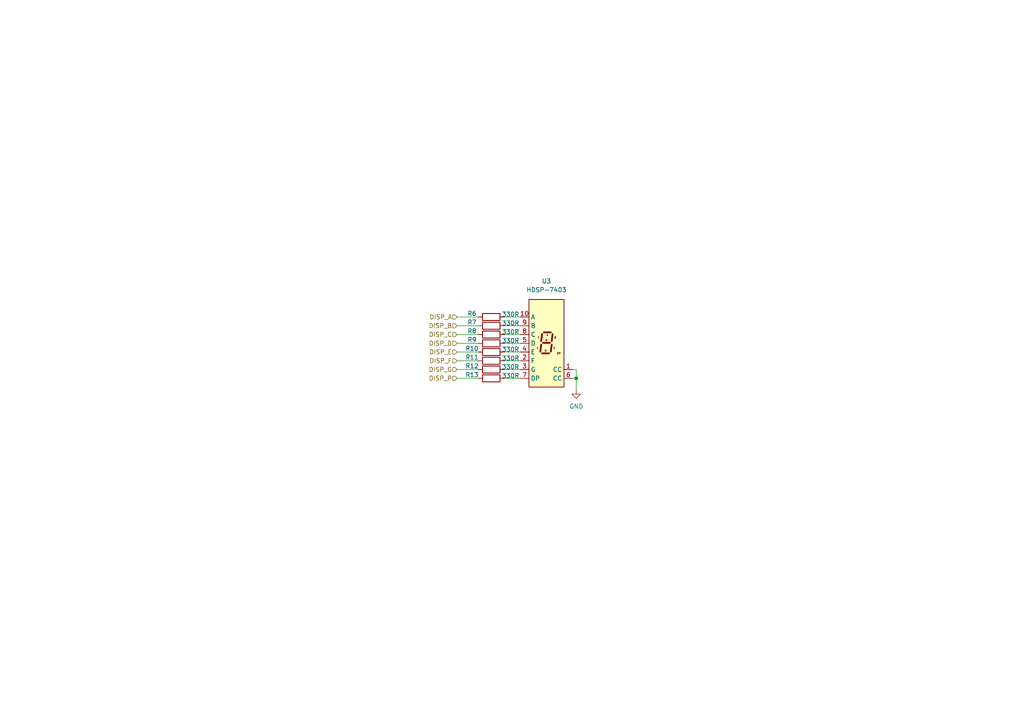
<source format=kicad_sch>
(kicad_sch (version 20211123) (generator eeschema)
  (paper "A4")
  (title_block (title "MILK POMP") (date "2022-12-06") (rev "V2") (company "ELTASSAN LTD") (comment 1 "EYYÜP KARAKAYA ") (comment 2 "DONANIM TASARIM MÜHENDİSİ"))
  (lib_symbols
    (symbol "Device:R" (pin_numbers hide) (pin_names (offset 0))
      (property "Reference" "R" (at 2.032 0 90))
      (property "Value" "R" (at 0 0 90))
      (symbol "R_0_1"
        (rectangle (start -1.016 -2.54) (end 1.016 2.54) (stroke (width 0.254)))
      )
      (symbol "R_1_1"
        (pin passive line (at 0 3.81 270) (length 1.27) (name "~") (number "1"))
        (pin passive line (at 0 -3.81 90) (length 1.27) (name "~") (number "2"))
      )
    )
    (symbol "Display_Character:HDSP-7403"
      (property "Reference" "U" (at -3.81 13.97 0))
      (property "Value" "HDSP-7403" (at 6.35 13.97 0))
      (symbol "HDSP-7403_1_0"
        (text "A" (at 0.254 2.413 0) (effects (font (size 0.508 0.508))))
        (text "B" (at 2.54 1.651 0) (effects (font (size 0.508 0.508))))
        (text "C" (at 2.286 -1.397 0) (effects (font (size 0.508 0.508))))
        (text "D" (at -0.254 -2.159 0) (effects (font (size 0.508 0.508))))
        (text "DP" (at 3.556 -2.921 0) (effects (font (size 0.508 0.508))))
        (text "E" (at -2.54 -1.397 0) (effects (font (size 0.508 0.508))))
        (text "F" (at -2.286 1.651 0) (effects (font (size 0.508 0.508))))
        (text "G" (at 0 0.889 0) (effects (font (size 0.508 0.508))))
      )
      (symbol "HDSP-7403_1_1"
        (rectangle (start -5.08 12.7) (end 5.08 -12.7) (stroke (width 0.254)) (fill (type background)))
        (polyline (pts (xy -1.524 -0.381) (xy -1.778 -2.413)) (stroke (width 0.508)))
        (polyline (pts (xy -1.27 -2.921) (xy 0.762 -2.921)) (stroke (width 0.508)))
        (polyline (pts (xy -1.27 2.667) (xy -1.524 0.635)) (stroke (width 0.508)))
        (polyline (pts (xy -1.016 0.127) (xy 1.016 0.127)) (stroke (width 0.508)))
        (polyline (pts (xy -0.762 3.175) (xy 1.27 3.175)) (stroke (width 0.508)))
        (polyline (pts (xy 1.524 -0.381) (xy 1.27 -2.413)) (stroke (width 0.508)))
        (polyline (pts (xy 1.778 2.667) (xy 1.524 0.635)) (stroke (width 0.508)))
        (polyline (pts (xy 2.54 -2.921) (xy 2.54 -2.921)) (stroke (width 0.508)))
        (pin input line (at 7.62 -7.62 180) (length 2.54) (name "CC") (number "1"))
        (pin input line (at -7.62 7.62 0) (length 2.54) (name "A") (number "10"))
        (pin input line (at -7.62 -5.08 0) (length 2.54) (name "F") (number "2"))
        (pin input line (at -7.62 -7.62 0) (length 2.54) (name "G") (number "3"))
        (pin input line (at -7.62 -2.54 0) (length 2.54) (name "E") (number "4"))
        (pin input line (at -7.62 0 0) (length 2.54) (name "D") (number "5"))
        (pin input line (at 7.62 -10.16 180) (length 2.54) (name "CC") (number "6"))
        (pin input line (at -7.62 -10.16 0) (length 2.54) (name "DP") (number "7"))
        (pin input line (at -7.62 2.54 0) (length 2.54) (name "C") (number "8"))
        (pin input line (at -7.62 5.08 0) (length 2.54) (name "B") (number "9"))
      )
    )
    (symbol "power:GND" (power) (pin_names (offset 0))
      (property "Value" "GND" (at 0 -3.81 0))
      (symbol "GND_0_1"
        (polyline (pts (xy 0 0) (xy 0 -1.27) (xy 1.27 -1.27) (xy 0 -2.54) (xy -1.27 -1.27) (xy 0 -1.27)))
      )
      (symbol "GND_1_1"
        (pin power_in line (at 0 0 270) (length 0) hide (name "GND") (number "1"))
      )
    )
  )
  (junction (at 167.132 109.728))
  (wire (pts (xy 132.588 107.188) (xy 138.684 107.188)))
  (wire (pts (xy 146.304 102.108) (xy 150.876 102.108)))
  (wire (pts (xy 132.588 97.028) (xy 138.684 97.028)))
  (wire (pts (xy 166.116 107.188) (xy 167.132 107.188)))
  (wire (pts (xy 166.116 109.728) (xy 167.132 109.728)))
  (wire (pts (xy 146.304 107.188) (xy 150.876 107.188)))
  (wire (pts (xy 132.588 109.728) (xy 138.684 109.728)))
  (wire (pts (xy 146.304 91.948) (xy 150.876 91.948)))
  (wire (pts (xy 146.304 97.028) (xy 150.876 97.028)))
  (wire (pts (xy 146.304 109.728) (xy 150.876 109.728)))
  (wire (pts (xy 132.588 104.648) (xy 138.684 104.648)))
  (wire (pts (xy 167.132 107.188) (xy 167.132 109.728)))
  (wire (pts (xy 132.588 91.948) (xy 138.684 91.948)))
  (wire (pts (xy 132.588 94.488) (xy 138.684 94.488)))
  (wire (pts (xy 146.304 104.648) (xy 150.876 104.648)))
  (wire (pts (xy 146.304 94.488) (xy 150.876 94.488)))
  (wire (pts (xy 167.132 109.728) (xy 167.132 113.03)))
  (wire (pts (xy 132.588 102.108) (xy 138.684 102.108)))
  (wire (pts (xy 146.304 99.568) (xy 150.876 99.568)))
  (wire (pts (xy 132.588 99.568) (xy 138.684 99.568)))
  (hierarchical_label "DISP_A" (shape input) (at 132.588 91.948 180))
  (hierarchical_label "DISP_P" (shape input) (at 132.588 109.728 180))
  (hierarchical_label "DISP_E" (shape input) (at 132.588 102.108 180))
  (hierarchical_label "DISP_D" (shape input) (at 132.588 99.568 180))
  (hierarchical_label "DISP_G" (shape input) (at 132.588 107.188 180))
  (hierarchical_label "DISP_C" (shape input) (at 132.588 97.028 180))
  (hierarchical_label "DISP_F" (shape input) (at 132.588 104.648 180))
  (hierarchical_label "DISP_B" (shape input) (at 132.588 94.488 180))
  (symbol (lib_id "Device:R") (at 142.494 104.648 90) (unit 1)
    (property "Reference" "R11" (at 136.906 103.632 90))
    (property "Value" "330R" (at 148.082 103.886 90))
    (property "Footprint" "Resistor_SMD:R_0603_1608Metric" (effects hide))
  )
  (symbol (lib_id "Device:R") (at 142.494 109.728 90) (unit 1)
    (property "Reference" "R13" (at 136.906 108.712 90))
    (property "Value" "330R" (at 148.082 108.966 90))
    (property "Footprint" "Resistor_SMD:R_0603_1608Metric" (effects hide))
  )
  (symbol (lib_id "Device:R") (at 142.494 107.188 90) (unit 1)
    (property "Reference" "R12" (at 136.906 106.172 90))
    (property "Value" "330R" (at 148.082 106.426 90))
    (property "Footprint" "Resistor_SMD:R_0603_1608Metric" (effects hide))
  )
  (symbol (lib_id "Device:R") (at 142.494 99.568 90) (unit 1)
    (property "Reference" "R9" (at 136.906 98.552 90))
    (property "Value" "330R" (at 148.082 98.806 90))
    (property "Footprint" "Resistor_SMD:R_0603_1608Metric" (effects hide))
  )
  (symbol (lib_id "power:GND") (at 167.132 113.03 0) (unit 1)
    (property "Reference" "#PWR019" (effects hide))
    (property "Value" "GND" (at 167.132 117.856 0))
  )
  (symbol (lib_id "Device:R") (at 142.494 91.948 90) (unit 1)
    (property "Reference" "R6" (at 136.906 90.932 90))
    (property "Value" "330R" (at 148.082 91.186 90))
    (property "Footprint" "Resistor_SMD:R_0603_1608Metric" (effects hide))
  )
  (symbol (lib_id "Device:R") (at 142.494 94.488 90) (unit 1)
    (property "Reference" "R7" (at 136.906 93.472 90))
    (property "Value" "330R" (at 148.082 93.726 90))
    (property "Footprint" "Resistor_SMD:R_0603_1608Metric" (effects hide))
  )
  (symbol (lib_id "Display_Character:HDSP-7403") (at 158.496 99.568 0) (unit 1)
    (property "Reference" "U3" (at 158.496 81.534 0))
    (property "Value" "HDSP-7403" (at 158.496 84.074 0))
    (property "Footprint" "Display_7Segment:HDSP-7401" (effects hide))
    (property "Datasheet" "https://docs.broadcom.com/docs/AV02-2553EN" (effects hide))
  )
  (symbol (lib_id "Device:R") (at 142.494 102.108 90) (unit 1)
    (property "Reference" "R10" (at 136.906 101.092 90))
    (property "Value" "330R" (at 148.082 101.346 90))
    (property "Footprint" "Resistor_SMD:R_0603_1608Metric" (effects hide))
  )
  (symbol (lib_id "Device:R") (at 142.494 97.028 90) (unit 1)
    (property "Reference" "R8" (at 136.906 96.012 90))
    (property "Value" "330R" (at 148.082 96.266 90))
    (property "Footprint" "Resistor_SMD:R_0603_1608Metric" (effects hide))
  )
)
</source>
